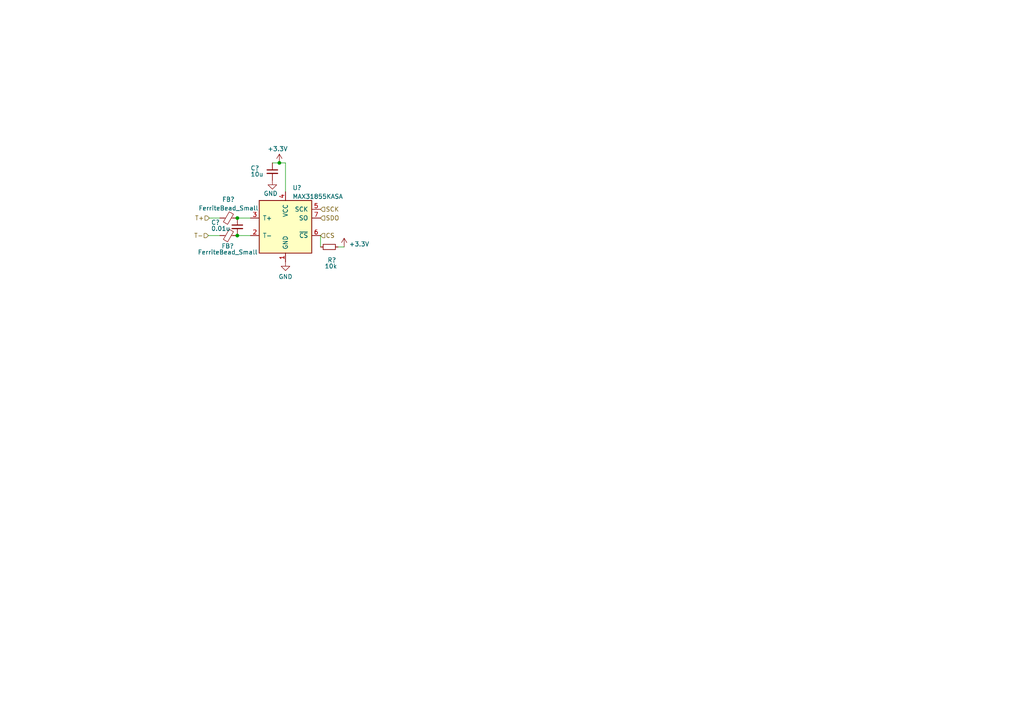
<source format=kicad_sch>
(kicad_sch (version 20211123) (generator eeschema)
  (paper "A4")
  (lib_symbols
    (symbol "Device:C_Small" (pin_numbers hide) (pin_names (offset 0.254) hide)
      (property "Reference" "C" (at 0.254 1.778 0))
      (property "Value" "C_Small" (at 0.254 -2.032 0))
      (symbol "C_Small_0_1"
        (polyline (pts (xy -1.524 -0.508) (xy 1.524 -0.508)) (stroke (width 0.3302)))
        (polyline (pts (xy -1.524 0.508) (xy 1.524 0.508)) (stroke (width 0.3048)))
      )
      (symbol "C_Small_1_1"
        (pin passive line (at 0 2.54 270) (length 2.032) (name "~") (number "1"))
        (pin passive line (at 0 -2.54 90) (length 2.032) (name "~") (number "2"))
      )
    )
    (symbol "Device:FerriteBead_Small" (pin_numbers hide) (pin_names (offset 0))
      (property "Reference" "FB" (at 1.905 1.27 0))
      (property "Value" "FerriteBead_Small" (at 1.905 -1.27 0))
      (symbol "FerriteBead_Small_0_1"
        (polyline (pts (xy 0 -1.27) (xy 0 -0.7874)))
        (polyline (pts (xy 0 0.889) (xy 0 1.2954)))
        (polyline (pts (xy -1.8288 0.2794) (xy -1.1176 1.4986) (xy 1.8288 -0.2032) (xy 1.1176 -1.4224) (xy -1.8288 0.2794)))
      )
      (symbol "FerriteBead_Small_1_1"
        (pin passive line (at 0 2.54 270) (length 1.27) (name "~") (number "1"))
        (pin passive line (at 0 -2.54 90) (length 1.27) (name "~") (number "2"))
      )
    )
    (symbol "Device:R_Small" (pin_numbers hide) (pin_names (offset 0.254) hide)
      (property "Reference" "R" (at 0.762 0.508 0))
      (property "Value" "R_Small" (at 0.762 -1.016 0))
      (symbol "R_Small_0_1"
        (rectangle (start -0.762 1.778) (end 0.762 -1.778) (stroke (width 0.2032)))
      )
      (symbol "R_Small_1_1"
        (pin passive line (at 0 2.54 270) (length 0.762) (name "~") (number "1"))
        (pin passive line (at 0 -2.54 90) (length 0.762) (name "~") (number "2"))
      )
    )
    (symbol "Sensor_Temperature:MAX31855KASA" (pin_names (offset 1.016))
      (property "Reference" "U" (at -7.62 8.89 0))
      (property "Value" "MAX31855KASA" (at 1.27 8.89 0))
      (symbol "MAX31855KASA_0_1"
        (rectangle (start -7.62 7.62) (end 7.62 -7.62) (stroke (width 0.254)) (fill (type background)))
      )
      (symbol "MAX31855KASA_1_1"
        (pin power_in line (at 0 -10.16 90) (length 2.54) (name "GND") (number "1"))
        (pin passive line (at -10.16 -2.54 0) (length 2.54) (name "T-") (number "2"))
        (pin passive line (at -10.16 2.54 0) (length 2.54) (name "T+") (number "3"))
        (pin power_in line (at 0 10.16 270) (length 2.54) (name "VCC") (number "4"))
        (pin input line (at 10.16 5.08 180) (length 2.54) (name "SCK") (number "5"))
        (pin input line (at 10.16 -2.54 180) (length 2.54) (name "~{CS}") (number "6"))
        (pin tri_state line (at 10.16 2.54 180) (length 2.54) (name "SO") (number "7"))
      )
    )
    (symbol "power:+3.3V" (power) (pin_names (offset 0))
      (property "Value" "+3.3V" (at 0 3.556 0))
      (symbol "+3.3V_0_1"
        (polyline (pts (xy -0.762 1.27) (xy 0 2.54)))
        (polyline (pts (xy 0 0) (xy 0 2.54)))
        (polyline (pts (xy 0 2.54) (xy 0.762 1.27)))
      )
      (symbol "+3.3V_1_1"
        (pin power_in line (at 0 0 90) (length 0) hide (name "+3.3V") (number "1"))
      )
    )
    (symbol "power:GND" (power) (pin_names (offset 0))
      (property "Value" "GND" (at 0 -3.81 0))
      (symbol "GND_0_1"
        (polyline (pts (xy 0 0) (xy 0 -1.27) (xy 1.27 -1.27) (xy 0 -2.54) (xy -1.27 -1.27) (xy 0 -1.27)))
      )
      (symbol "GND_1_1"
        (pin power_in line (at 0 0 270) (length 0) hide (name "GND") (number "1"))
      )
    )
  )
  (junction (at 81.026 47.244))
  (junction (at 68.834 63.246))
  (junction (at 68.834 68.326))
  (wire (pts (xy 78.994 47.244) (xy 81.026 47.244)))
  (wire (pts (xy 60.706 63.246) (xy 63.754 63.246)))
  (wire (pts (xy 92.964 68.326) (xy 92.964 71.628)))
  (wire (pts (xy 68.834 63.246) (xy 72.644 63.246)))
  (wire (pts (xy 68.834 68.326) (xy 72.644 68.326)))
  (wire (pts (xy 60.452 68.326) (xy 63.754 68.326)))
  (wire (pts (xy 98.044 71.628) (xy 99.822 71.628)))
  (wire (pts (xy 81.026 47.244) (xy 82.804 47.244)))
  (wire (pts (xy 82.804 47.244) (xy 82.804 55.626)))
  (hierarchical_label "T-" (shape input) (at 60.452 68.326 180))
  (hierarchical_label "T+" (shape input) (at 60.706 63.246 180))
  (hierarchical_label "CS" (shape input) (at 92.964 68.326 0))
  (hierarchical_label "SCK" (shape input) (at 92.964 60.706 0))
  (hierarchical_label "SDO" (shape input) (at 92.964 63.246 0))
  (symbol (lib_id "Sensor_Temperature:MAX31855KASA") (at 82.804 65.786 0) (unit 1)
    (property "Reference" "U?" (at 84.8234 54.4662 0) (effects (justify left)))
    (property "Value" "MAX31855KASA" (at 84.8234 57.0031 0) (effects (justify left)))
    (property "Footprint" "Package_SO:SOIC-8_3.9x4.9mm_P1.27mm" (effects hide))
    (property "Datasheet" "http://datasheets.maximintegrated.com/en/ds/MAX31855.pdf" (effects hide))
  )
  (symbol (lib_id "power:+3.3V") (at 99.822 71.628 0) (unit 1)
    (property "Reference" "#PWR?" (effects hide))
    (property "Value" "+3.3V" (at 101.219 70.7918 0) (effects (justify left)))
  )
  (symbol (lib_id "Device:C_Small") (at 68.834 65.786 0) (unit 1)
    (property "Reference" "C?" (at 61.214 64.516 0) (effects (justify left)))
    (property "Value" "0.01u" (at 61.214 66.294 0) (effects (justify left)))
    (property "Footprint" "Capacitor_SMD:C_0603_1608Metric" (effects hide))
  )
  (symbol (lib_id "power:+3.3V") (at 81.026 47.244 0) (unit 1)
    (property "Reference" "#PWR?" (effects hide))
    (property "Value" "+3.3V" (at 80.518 43.18 0))
  )
  (symbol (lib_id "power:GND") (at 82.804 75.946 0) (unit 1)
    (property "Reference" "#PWR?" (effects hide))
    (property "Value" "GND" (at 82.804 80.264 0))
  )
  (symbol (lib_id "Device:R_Small") (at 95.504 71.628 90) (unit 1)
    (property "Reference" "R?" (at 97.536 75.438 90) (effects (justify left)))
    (property "Value" "10k" (at 97.79 77.216 90) (effects (justify left)))
    (property "Footprint" "Resistor_SMD:R_0603_1608Metric" (effects hide))
  )
  (symbol (lib_id "Device:FerriteBead_Small") (at 66.294 68.326 90) (unit 1)
    (property "Reference" "FB?" (at 66.04 71.374 90))
    (property "Value" "FerriteBead_Small" (at 66.04 73.152 90))
    (property "Footprint" "Capacitor_SMD:C_0603_1608Metric" (effects hide))
  )
  (symbol (lib_id "Device:FerriteBead_Small") (at 66.294 63.246 90) (unit 1)
    (property "Reference" "FB?" (at 66.2559 57.8444 90))
    (property "Value" "FerriteBead_Small" (at 66.2559 60.3813 90))
    (property "Footprint" "Capacitor_SMD:C_0603_1608Metric" (effects hide))
  )
  (symbol (lib_id "power:GND") (at 78.994 52.324 0) (unit 1)
    (property "Reference" "#PWR?" (effects hide))
    (property "Value" "GND" (at 78.486 56.134 0))
  )
  (symbol (lib_id "Device:C_Small") (at 78.994 49.784 0) (unit 1)
    (property "Reference" "C?" (at 72.644 48.768 0) (effects (justify left)))
    (property "Value" "10u" (at 72.644 50.546 0) (effects (justify left)))
    (property "Footprint" "Capacitor_SMD:C_0603_1608Metric" (effects hide))
  )
)
</source>
